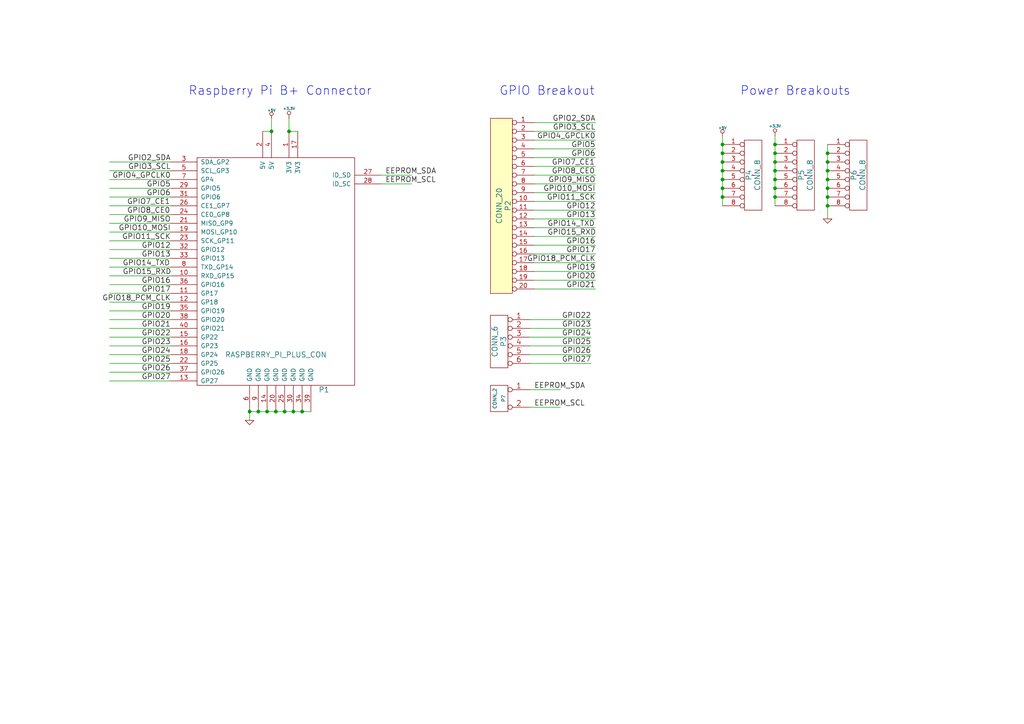
<source format=kicad_sch>
(kicad_sch (version 20230121) (generator eeschema)
  (paper "A4")
  (title_block (title "PiBreak Plus") (date "28 Aug 2014") (rev "v1.0") (company "TAPR Open Hardware License") (comment 1 "(C) 2014 Freetronics Pty Ltd"))
  (lib_symbols
    (symbol "PiBreakPlus-rescue:+3.3V" (power) (pin_names (offset 0))
      (property "Value" "+3.3V" (at 0 2.794 0))
      (symbol "+3.3V_0_0"
        (pin power_in line (at 0 0 90) (length 0) hide (name "+3.3V") (number "1"))
      )
      (symbol "+3.3V_0_1"
        (polyline (pts (xy 0 0) (xy 0 1.016) (xy 0 1.016)))
        (circle (center 0 1.524) (radius 0.508))
      )
    )
    (symbol "PiBreakPlus-rescue:+5V" (power) (pin_names (offset 1.016))
      (property "Value" "+5V" (at 0 2.286 0))
      (symbol "+5V_0_0"
        (pin power_in line (at 0 0 90) (length 0) hide (name "+5V") (number "1"))
      )
      (symbol "+5V_0_1"
        (polyline (pts (xy 0 0) (xy 0 0.762) (xy 0 0.762) (xy 0 0.762)))
        (circle (center 0 1.27) (radius 0.508))
      )
    )
    (symbol "PiBreakPlus-rescue:CONN_2" (pin_names (offset 1.016) hide)
      (property "Reference" "P" (at -1.27 0 90))
      (property "Value" "CONN_2" (at 1.27 0 90))
      (symbol "CONN_2_0_1"
        (rectangle (start -2.54 3.81) (end 2.54 -3.81))
      )
      (symbol "CONN_2_1_1"
        (pin passive inverted (at -8.89 2.54 0) (length 6.35) (name "P1") (number "1"))
        (pin passive inverted (at -8.89 -2.54 0) (length 6.35) (name "PM") (number "2"))
      )
    )
    (symbol "PiBreakPlus-rescue:CONN_20" (pin_names (offset 1.016) hide)
      (property "Reference" "P" (at -1.27 0 90))
      (property "Value" "CONN_20" (at 1.27 0 90))
      (symbol "CONN_20_0_1"
        (rectangle (start -2.54 -25.4) (end 3.81 25.4) (fill (type background)))
      )
      (symbol "CONN_20_1_1"
        (pin passive inverted (at -8.89 24.13 0) (length 6.35) (name "P1") (number "1"))
        (pin passive inverted (at -8.89 1.27 0) (length 6.35) (name "P10") (number "10"))
        (pin passive inverted (at -8.89 -1.27 0) (length 6.35) (name "P11") (number "11"))
        (pin passive inverted (at -8.89 -3.81 0) (length 6.35) (name "P12") (number "12"))
        (pin passive inverted (at -8.89 -6.35 0) (length 6.35) (name "P13") (number "13"))
        (pin passive inverted (at -8.89 -8.89 0) (length 6.35) (name "P14") (number "14"))
        (pin passive inverted (at -8.89 -11.43 0) (length 6.35) (name "P15") (number "15"))
        (pin passive inverted (at -8.89 -13.97 0) (length 6.35) (name "P16") (number "16"))
        (pin passive inverted (at -8.89 -16.51 0) (length 6.35) (name "P17") (number "17"))
        (pin passive inverted (at -8.89 -19.05 0) (length 6.35) (name "P18") (number "18"))
        (pin passive inverted (at -8.89 -21.59 0) (length 6.35) (name "P19") (number "19"))
        (pin passive inverted (at -8.89 21.59 0) (length 6.35) (name "P2") (number "2"))
        (pin passive inverted (at -8.89 -24.13 0) (length 6.35) (name "P20") (number "20"))
        (pin passive inverted (at -8.89 19.05 0) (length 6.35) (name "P3") (number "3"))
        (pin passive inverted (at -8.89 16.51 0) (length 6.35) (name "P4") (number "4"))
        (pin passive inverted (at -8.89 13.97 0) (length 6.35) (name "P5") (number "5"))
        (pin passive inverted (at -8.89 11.43 0) (length 6.35) (name "P6") (number "6"))
        (pin passive inverted (at -8.89 8.89 0) (length 6.35) (name "P7") (number "7"))
        (pin passive inverted (at -8.89 6.35 0) (length 6.35) (name "P8") (number "8"))
        (pin passive inverted (at -8.89 3.81 0) (length 6.35) (name "P9") (number "9"))
      )
    )
    (symbol "PiBreakPlus-rescue:CONN_6" (pin_names (offset 0.762) hide)
      (property "Reference" "P" (at -1.27 0 90))
      (property "Value" "CONN_6" (at 1.27 0 90))
      (symbol "CONN_6_0_1"
        (rectangle (start -2.54 7.62) (end 2.54 -7.62))
      )
      (symbol "CONN_6_1_1"
        (pin passive inverted (at -8.89 6.35 0) (length 6.35) (name "1") (number "1"))
        (pin passive inverted (at -8.89 3.81 0) (length 6.35) (name "2") (number "2"))
        (pin passive inverted (at -8.89 1.27 0) (length 6.35) (name "3") (number "3"))
        (pin passive inverted (at -8.89 -1.27 0) (length 6.35) (name "4") (number "4"))
        (pin passive inverted (at -8.89 -3.81 0) (length 6.35) (name "5") (number "5"))
        (pin passive inverted (at -8.89 -6.35 0) (length 6.35) (name "6") (number "6"))
      )
    )
    (symbol "PiBreakPlus-rescue:CONN_8" (pin_names (offset 1.016) hide)
      (property "Reference" "P" (at -1.27 0 90))
      (property "Value" "CONN_8" (at 1.27 0 90))
      (symbol "CONN_8_0_1"
        (rectangle (start -2.54 10.16) (end 2.54 -10.16))
      )
      (symbol "CONN_8_1_1"
        (pin passive inverted (at -8.89 8.89 0) (length 6.35) (name "P1") (number "1"))
        (pin passive inverted (at -8.89 6.35 0) (length 6.35) (name "P2") (number "2"))
        (pin passive inverted (at -8.89 3.81 0) (length 6.35) (name "P3") (number "3"))
        (pin passive inverted (at -8.89 1.27 0) (length 6.35) (name "P4") (number "4"))
        (pin passive inverted (at -8.89 -1.27 0) (length 6.35) (name "P5") (number "5"))
        (pin passive inverted (at -8.89 -3.81 0) (length 6.35) (name "P6") (number "6"))
        (pin passive inverted (at -8.89 -6.35 0) (length 6.35) (name "P7") (number "7"))
        (pin passive inverted (at -8.89 -8.89 0) (length 6.35) (name "P8") (number "8"))
      )
    )
    (symbol "PiBreakPlus-rescue:GND" (power) (pin_names (offset 0))
      (symbol "GND_0_1"
        (polyline (pts (xy -1.27 0) (xy 0 -1.27) (xy 1.27 0) (xy -1.27 0)))
      )
      (symbol "GND_1_1"
        (pin power_in line (at 0 0 90) (length 0) hide (name "GND") (number "1"))
      )
    )
    (symbol "PiBreakPlus-rescue:RASPBERRY_PI_PLUS_CON" (pin_names (offset 1.016))
      (property "Reference" "J" (at 12.7 -34.29 0))
      (property "Value" "RASPBERRY_PI_PLUS_CON" (at -1.27 -24.13 0))
      (symbol "RASPBERRY_PI_PLUS_CON_0_1"
        (rectangle (start -24.13 -33.02) (end 21.59 33.02))
      )
      (symbol "RASPBERRY_PI_PLUS_CON_1_1"
        (pin power_out line (at 2.54 40.64 270) (length 7.62) (name "3V3") (number "1"))
        (pin bidirectional line (at -31.75 -1.27 0) (length 7.62) (name "RXD_GP15") (number "10"))
        (pin bidirectional line (at -31.75 -6.35 0) (length 7.62) (name "GP17") (number "11"))
        (pin bidirectional line (at -31.75 -8.89 0) (length 7.62) (name "GP18") (number "12"))
        (pin bidirectional line (at -31.75 -31.75 0) (length 7.62) (name "GP27") (number "13"))
        (pin power_out line (at -3.81 -40.64 90) (length 7.62) (name "GND") (number "14"))
        (pin bidirectional line (at -31.75 -19.05 0) (length 7.62) (name "GP22") (number "15"))
        (pin bidirectional line (at -31.75 -21.59 0) (length 7.62) (name "GP23") (number "16"))
        (pin power_out line (at 5.08 40.64 270) (length 7.62) (name "3V3") (number "17"))
        (pin bidirectional line (at -31.75 -24.13 0) (length 7.62) (name "GP24") (number "18"))
        (pin bidirectional line (at -31.75 11.43 0) (length 7.62) (name "MOSI_GP10") (number "19"))
        (pin power_out line (at -5.08 40.64 270) (length 7.62) (name "5V") (number "2"))
        (pin power_out line (at -1.27 -40.64 90) (length 7.62) (name "GND") (number "20"))
        (pin bidirectional line (at -31.75 13.97 0) (length 7.62) (name "MISO_GP9") (number "21"))
        (pin bidirectional line (at -31.75 -26.67 0) (length 7.62) (name "GP25") (number "22"))
        (pin bidirectional line (at -31.75 8.89 0) (length 7.62) (name "SCK_GP11") (number "23"))
        (pin bidirectional line (at -31.75 16.51 0) (length 7.62) (name "CE0_GP8") (number "24"))
        (pin power_out line (at 1.27 -40.64 90) (length 7.62) (name "GND") (number "25"))
        (pin bidirectional line (at -31.75 19.05 0) (length 7.62) (name "CE1_GP7") (number "26"))
        (pin bidirectional line (at 29.21 27.94 180) (length 7.62) (name "ID_SD") (number "27"))
        (pin bidirectional line (at 29.21 25.4 180) (length 7.62) (name "ID_SC") (number "28"))
        (pin bidirectional line (at -31.75 24.13 0) (length 7.62) (name "GPIO5") (number "29"))
        (pin bidirectional line (at -31.75 31.75 0) (length 7.62) (name "SDA_GP2") (number "3"))
        (pin power_in line (at 3.81 -40.64 90) (length 7.62) (name "GND") (number "30"))
        (pin bidirectional line (at -31.75 21.59 0) (length 7.62) (name "GPIO6") (number "31"))
        (pin bidirectional line (at -31.75 6.35 0) (length 7.62) (name "GPIO12") (number "32"))
        (pin bidirectional line (at -31.75 3.81 0) (length 7.62) (name "GPIO13") (number "33"))
        (pin power_in line (at 6.35 -40.64 90) (length 7.62) (name "GND") (number "34"))
        (pin bidirectional line (at -31.75 -11.43 0) (length 7.62) (name "GPIO19") (number "35"))
        (pin bidirectional line (at -31.75 -3.81 0) (length 7.62) (name "GPIO16") (number "36"))
        (pin bidirectional line (at -31.75 -29.21 0) (length 7.62) (name "GPIO26") (number "37"))
        (pin bidirectional line (at -31.75 -13.97 0) (length 7.62) (name "GPIO20") (number "38"))
        (pin power_out line (at 8.89 -40.64 90) (length 7.62) (name "GND") (number "39"))
        (pin power_out line (at -2.54 40.64 270) (length 7.62) (name "5V") (number "4"))
        (pin bidirectional line (at -31.75 -16.51 0) (length 7.62) (name "GPIO21") (number "40"))
        (pin bidirectional line (at -31.75 29.21 0) (length 7.62) (name "SCL_GP3") (number "5"))
        (pin power_out line (at -8.89 -40.64 90) (length 7.62) (name "GND") (number "6"))
        (pin bidirectional line (at -31.75 26.67 0) (length 7.62) (name "GP4") (number "7"))
        (pin bidirectional line (at -31.75 1.27 0) (length 7.62) (name "TXD_GP14") (number "8"))
        (pin power_out line (at -6.35 -40.64 90) (length 7.62) (name "GND") (number "9"))
      )
    )
  )
  (junction (at 224.79 44.45))
  (junction (at 209.55 57.15))
  (junction (at 83.82 38.1))
  (junction (at 209.55 54.61))
  (junction (at 209.55 46.99))
  (junction (at 224.79 52.07))
  (junction (at 240.03 52.07))
  (junction (at 74.93 119.38))
  (junction (at 87.63 119.38))
  (junction (at 209.55 49.53))
  (junction (at 224.79 46.99))
  (junction (at 209.55 44.45))
  (junction (at 240.03 59.69))
  (junction (at 209.55 41.91))
  (junction (at 77.47 119.38))
  (junction (at 224.79 57.15))
  (junction (at 209.55 52.07))
  (junction (at 80.01 119.38))
  (junction (at 240.03 49.53))
  (junction (at 240.03 46.99))
  (junction (at 240.03 44.45))
  (junction (at 240.03 57.15))
  (junction (at 224.79 49.53))
  (junction (at 85.09 119.38))
  (junction (at 240.03 54.61))
  (junction (at 224.79 54.61))
  (junction (at 224.79 41.91))
  (junction (at 82.55 119.38))
  (junction (at 78.74 38.1))
  (junction (at 72.39 119.38))
  (wire (pts (xy 110.49 53.34) (xy 119.38 53.34)))
  (wire (pts (xy 240.03 52.07) (xy 240.03 54.61)))
  (wire (pts (xy 172.72 73.66) (xy 154.94 73.66)))
  (wire (pts (xy 72.39 119.38) (xy 72.39 121.92)))
  (wire (pts (xy 49.53 72.39) (xy 31.75 72.39)))
  (wire (pts (xy 240.03 59.69) (xy 240.03 63.5)))
  (wire (pts (xy 49.53 59.69) (xy 31.75 59.69)))
  (wire (pts (xy 240.03 41.91) (xy 240.03 44.45)))
  (wire (pts (xy 172.72 40.64) (xy 154.94 40.64)))
  (wire (pts (xy 49.53 74.93) (xy 31.75 74.93)))
  (wire (pts (xy 49.53 64.77) (xy 31.75 64.77)))
  (wire (pts (xy 224.79 52.07) (xy 224.79 54.61)))
  (wire (pts (xy 49.53 110.49) (xy 31.75 110.49)))
  (wire (pts (xy 172.72 68.58) (xy 154.94 68.58)))
  (wire (pts (xy 172.72 53.34) (xy 154.94 53.34)))
  (wire (pts (xy 49.53 82.55) (xy 31.75 82.55)))
  (wire (pts (xy 31.75 95.25) (xy 49.53 95.25)))
  (wire (pts (xy 171.45 100.33) (xy 153.67 100.33)))
  (wire (pts (xy 49.53 69.85) (xy 31.75 69.85)))
  (wire (pts (xy 49.53 92.71) (xy 31.75 92.71)))
  (wire (pts (xy 49.53 87.63) (xy 31.75 87.63)))
  (wire (pts (xy 76.2 38.1) (xy 78.74 38.1)))
  (wire (pts (xy 154.94 83.82) (xy 172.72 83.82)))
  (wire (pts (xy 49.53 54.61) (xy 31.75 54.61)))
  (wire (pts (xy 240.03 46.99) (xy 240.03 49.53)))
  (wire (pts (xy 171.45 92.71) (xy 153.67 92.71)))
  (wire (pts (xy 153.67 118.11) (xy 162.56 118.11)))
  (wire (pts (xy 240.03 54.61) (xy 240.03 57.15)))
  (wire (pts (xy 31.75 90.17) (xy 49.53 90.17)))
  (wire (pts (xy 87.63 119.38) (xy 90.17 119.38)))
  (wire (pts (xy 172.72 55.88) (xy 154.94 55.88)))
  (wire (pts (xy 110.49 50.8) (xy 119.38 50.8)))
  (wire (pts (xy 209.55 54.61) (xy 209.55 57.15)))
  (wire (pts (xy 78.74 38.1) (xy 78.74 34.29)))
  (wire (pts (xy 49.53 80.01) (xy 31.75 80.01)))
  (wire (pts (xy 49.53 100.33) (xy 31.75 100.33)))
  (wire (pts (xy 49.53 85.09) (xy 31.75 85.09)))
  (wire (pts (xy 82.55 119.38) (xy 85.09 119.38)))
  (wire (pts (xy 172.72 71.12) (xy 154.94 71.12)))
  (wire (pts (xy 154.94 78.74) (xy 172.72 78.74)))
  (wire (pts (xy 209.55 41.91) (xy 209.55 44.45)))
  (wire (pts (xy 49.53 105.41) (xy 31.75 105.41)))
  (wire (pts (xy 49.53 67.31) (xy 31.75 67.31)))
  (wire (pts (xy 172.72 60.96) (xy 154.94 60.96)))
  (wire (pts (xy 209.55 52.07) (xy 209.55 54.61)))
  (wire (pts (xy 86.36 38.1) (xy 83.82 38.1)))
  (wire (pts (xy 172.72 48.26) (xy 154.94 48.26)))
  (wire (pts (xy 49.53 62.23) (xy 31.75 62.23)))
  (wire (pts (xy 49.53 57.15) (xy 31.75 57.15)))
  (wire (pts (xy 209.55 49.53) (xy 209.55 52.07)))
  (wire (pts (xy 224.79 46.99) (xy 224.79 49.53)))
  (wire (pts (xy 49.53 97.79) (xy 31.75 97.79)))
  (wire (pts (xy 224.79 49.53) (xy 224.79 52.07)))
  (wire (pts (xy 72.39 119.38) (xy 74.93 119.38)))
  (wire (pts (xy 224.79 44.45) (xy 224.79 46.99)))
  (wire (pts (xy 209.55 57.15) (xy 209.55 59.69)))
  (wire (pts (xy 172.72 76.2) (xy 154.94 76.2)))
  (wire (pts (xy 49.53 102.87) (xy 31.75 102.87)))
  (wire (pts (xy 172.72 38.1) (xy 154.94 38.1)))
  (wire (pts (xy 224.79 39.37) (xy 224.79 41.91)))
  (wire (pts (xy 85.09 119.38) (xy 87.63 119.38)))
  (wire (pts (xy 80.01 119.38) (xy 82.55 119.38)))
  (wire (pts (xy 49.53 46.99) (xy 31.75 46.99)))
  (wire (pts (xy 209.55 46.99) (xy 209.55 49.53)))
  (wire (pts (xy 224.79 41.91) (xy 224.79 44.45)))
  (wire (pts (xy 172.72 58.42) (xy 154.94 58.42)))
  (wire (pts (xy 153.67 113.03) (xy 162.56 113.03)))
  (wire (pts (xy 49.53 107.95) (xy 31.75 107.95)))
  (wire (pts (xy 224.79 54.61) (xy 224.79 57.15)))
  (wire (pts (xy 209.55 44.45) (xy 209.55 46.99)))
  (wire (pts (xy 172.72 35.56) (xy 154.94 35.56)))
  (wire (pts (xy 172.72 43.18) (xy 154.94 43.18)))
  (wire (pts (xy 172.72 81.28) (xy 154.94 81.28)))
  (wire (pts (xy 172.72 45.72) (xy 154.94 45.72)))
  (wire (pts (xy 49.53 77.47) (xy 31.75 77.47)))
  (wire (pts (xy 224.79 57.15) (xy 224.79 59.69)))
  (wire (pts (xy 240.03 49.53) (xy 240.03 52.07)))
  (wire (pts (xy 171.45 95.25) (xy 153.67 95.25)))
  (wire (pts (xy 172.72 66.04) (xy 154.94 66.04)))
  (wire (pts (xy 171.45 102.87) (xy 153.67 102.87)))
  (wire (pts (xy 49.53 52.07) (xy 31.75 52.07)))
  (wire (pts (xy 240.03 44.45) (xy 240.03 46.99)))
  (wire (pts (xy 172.72 50.8) (xy 154.94 50.8)))
  (wire (pts (xy 74.93 119.38) (xy 77.47 119.38)))
  (wire (pts (xy 171.45 105.41) (xy 153.67 105.41)))
  (wire (pts (xy 172.72 63.5) (xy 154.94 63.5)))
  (wire (pts (xy 49.53 49.53) (xy 31.75 49.53)))
  (wire (pts (xy 209.55 39.37) (xy 209.55 41.91)))
  (wire (pts (xy 240.03 57.15) (xy 240.03 59.69)))
  (wire (pts (xy 171.45 97.79) (xy 153.67 97.79)))
  (wire (pts (xy 77.47 119.38) (xy 80.01 119.38)))
  (wire (pts (xy 83.82 38.1) (xy 83.82 34.29)))
  (text "Raspberry Pi B+ Connector" (at 54.61 27.94 0) (effects (font (size 2.54 2.54)) (justify left bottom)))
  (text "Power Breakouts" (at 214.63 27.94 0) (effects (font (size 2.54 2.54)) (justify left bottom)))
  (text "GPIO Breakout" (at 144.78 27.94 0) (effects (font (size 2.54 2.54)) (justify left bottom)))
  (label "GPIO25" (at 171.45 100.33 180) (effects (font (size 1.524 1.524))))
  (label "GPIO22" (at 171.45 92.71 180) (effects (font (size 1.524 1.524))))
  (label "GPIO11_SCK" (at 49.53 69.85 180) (effects (font (size 1.524 1.524))))
  (label "GPIO8_CE0" (at 36.83 62.23 0) (effects (font (size 1.524 1.524))))
  (label "GPIO27" (at 171.45 105.41 180) (effects (font (size 1.524 1.524))))
  (label "GPIO23" (at 49.53 100.33 180) (effects (font (size 1.524 1.524))))
  (label "GPIO24" (at 171.45 97.79 180) (effects (font (size 1.524 1.524))))
  (label "GPIO16" (at 49.53 82.55 180) (effects (font (size 1.524 1.524))))
  (label "GPIO7_CE1" (at 160.02 48.26 0) (effects (font (size 1.524 1.524))))
  (label "GPIO19" (at 172.72 78.74 180) (effects (font (size 1.524 1.524))))
  (label "GPIO2_SDA" (at 49.53 46.99 180) (effects (font (size 1.524 1.524))))
  (label "GPIO3_SCL" (at 49.53 49.53 180) (effects (font (size 1.524 1.524))))
  (label "GPIO18_PCM_CLK" (at 49.53 87.63 180) (effects (font (size 1.524 1.524))))
  (label "GPIO11_SCK" (at 172.72 58.42 180) (effects (font (size 1.524 1.524))))
  (label "GPIO20" (at 172.72 81.28 180) (effects (font (size 1.524 1.524))))
  (label "GPIO10_MOSI" (at 172.72 55.88 180) (effects (font (size 1.524 1.524))))
  (label "EEPROM_SDA" (at 154.94 113.03 0) (effects (font (size 1.524 1.524))))
  (label "GPIO23" (at 171.45 95.25 180) (effects (font (size 1.524 1.524))))
  (label "GPIO12" (at 49.53 72.39 180) (effects (font (size 1.524 1.524))))
  (label "GPIO17" (at 49.53 85.09 180) (effects (font (size 1.524 1.524))))
  (label "GPIO10_MOSI" (at 49.53 67.31 180) (effects (font (size 1.524 1.524))))
  (label "GPIO24" (at 49.53 102.87 180) (effects (font (size 1.524 1.524))))
  (label "GPIO15_RXD" (at 35.56 80.01 0) (effects (font (size 1.524 1.524))))
  (label "GPIO15_RXD" (at 158.75 68.58 0) (effects (font (size 1.524 1.524))))
  (label "GPIO16" (at 172.72 71.12 180) (effects (font (size 1.524 1.524))))
  (label "GPIO4_GPCLK0" (at 49.53 52.07 180) (effects (font (size 1.524 1.524))))
  (label "GPIO26" (at 171.45 102.87 180) (effects (font (size 1.524 1.524))))
  (label "GPIO13" (at 172.72 63.5 180) (effects (font (size 1.524 1.524))))
  (label "GPIO12" (at 172.72 60.96 180) (effects (font (size 1.524 1.524))))
  (label "GPIO6" (at 49.53 57.15 180) (effects (font (size 1.524 1.524))))
  (label "GPIO13" (at 49.53 74.93 180) (effects (font (size 1.524 1.524))))
  (label "GPIO8_CE0" (at 160.02 50.8 0) (effects (font (size 1.524 1.524))))
  (label "GPIO2_SDA" (at 172.72 35.56 180) (effects (font (size 1.524 1.524))))
  (label "GPIO7_CE1" (at 36.83 59.69 0) (effects (font (size 1.524 1.524))))
  (label "GPIO21" (at 49.53 95.25 180) (effects (font (size 1.524 1.524))))
  (label "GPIO27" (at 49.53 110.49 180) (effects (font (size 1.524 1.524))))
  (label "GPIO9_MISO" (at 172.72 53.34 180) (effects (font (size 1.524 1.524))))
  (label "GPIO14_TXD" (at 35.56 77.47 0) (effects (font (size 1.524 1.524))))
  (label "GPIO3_SCL" (at 172.72 38.1 180) (effects (font (size 1.524 1.524))))
  (label "GPIO20" (at 49.53 92.71 180) (effects (font (size 1.524 1.524))))
  (label "GPIO19" (at 49.53 90.17 180) (effects (font (size 1.524 1.524))))
  (label "GPIO4_GPCLK0" (at 172.72 40.64 180) (effects (font (size 1.524 1.524))))
  (label "EEPROM_SCL" (at 111.76 53.34 0) (effects (font (size 1.524 1.524))))
  (label "EEPROM_SDA" (at 111.76 50.8 0) (effects (font (size 1.524 1.524))))
  (label "GPIO18_PCM_CLK" (at 172.72 76.2 180) (effects (font (size 1.524 1.524))))
  (label "GPIO22" (at 49.53 97.79 180) (effects (font (size 1.524 1.524))))
  (label "GPIO26" (at 49.53 107.95 180) (effects (font (size 1.524 1.524))))
  (label "GPIO14_TXD" (at 158.75 66.04 0) (effects (font (size 1.524 1.524))))
  (label "GPIO25" (at 49.53 105.41 180) (effects (font (size 1.524 1.524))))
  (label "GPIO21" (at 172.72 83.82 180) (effects (font (size 1.524 1.524))))
  (label "GPIO6" (at 172.72 45.72 180) (effects (font (size 1.524 1.524))))
  (label "GPIO5" (at 172.72 43.18 180) (effects (font (size 1.524 1.524))))
  (label "EEPROM_SCL" (at 154.94 118.11 0) (effects (font (size 1.524 1.524))))
  (label "GPIO9_MISO" (at 49.53 64.77 180) (effects (font (size 1.524 1.524))))
  (label "GPIO5" (at 49.53 54.61 180) (effects (font (size 1.524 1.524))))
  (label "GPIO17" (at 172.72 73.66 180) (effects (font (size 1.524 1.524))))
  (symbol (lib_id "PiBreakPlus-rescue:CONN_8") (at 218.44 50.8 0) (unit 1)
    (property "Reference" "P4" (at 217.17 50.8 90) (effects (font (size 1.524 1.524))))
    (property "Value" "CONN_8" (at 219.71 50.8 90) (effects (font (size 1.524 1.524))))
    (property "Footprint" "~" (at 218.44 50.8 0) (effects (font (size 1.524 1.524))))
    (property "Datasheet" "~" (at 218.44 50.8 0) (effects (font (size 1.524 1.524))))
  )
  (symbol (lib_id "PiBreakPlus-rescue:CONN_8") (at 248.92 50.8 0) (unit 1)
    (property "Reference" "P6" (at 247.65 50.8 90) (effects (font (size 1.524 1.524))))
    (property "Value" "CONN_8" (at 250.19 50.8 90) (effects (font (size 1.524 1.524))))
    (property "Footprint" "~" (at 248.92 50.8 0) (effects (font (size 1.524 1.524))))
    (property "Datasheet" "~" (at 248.92 50.8 0) (effects (font (size 1.524 1.524))))
  )
  (symbol (lib_id "PiBreakPlus-rescue:CONN_8") (at 233.68 50.8 0) (unit 1)
    (property "Reference" "P5" (at 232.41 50.8 90) (effects (font (size 1.524 1.524))))
    (property "Value" "CONN_8" (at 234.95 50.8 90) (effects (font (size 1.524 1.524))))
    (property "Footprint" "~" (at 233.68 50.8 0) (effects (font (size 1.524 1.524))))
    (property "Datasheet" "~" (at 233.68 50.8 0) (effects (font (size 1.524 1.524))))
  )
  (symbol (lib_id "PiBreakPlus-rescue:+5V") (at 209.55 39.37 0) (unit 1)
    (property "Reference" "#PWR4" (effects hide))
    (property "Value" "+5V" (at 209.55 37.084 0) (effects (font (size 0.762 0.762))))
  )
  (symbol (lib_id "PiBreakPlus-rescue:+3.3V") (at 224.79 39.37 0) (unit 1)
    (property "Reference" "#PWR5" (effects hide))
    (property "Value" "+3.3V" (at 224.79 36.576 0) (effects (font (size 0.762 0.762))))
  )
  (symbol (lib_id "PiBreakPlus-rescue:GND") (at 240.03 63.5 0) (unit 1)
    (property "Reference" "#PWR6" (effects hide))
    (property "Value" "GND" (effects hide))
  )
  (symbol (lib_id "PiBreakPlus-rescue:CONN_20") (at 146.05 59.69 0) (mirror y) (unit 1)
    (property "Reference" "P2" (at 147.32 59.69 90) (effects (font (size 1.524 1.524))))
    (property "Value" "CONN_20" (at 144.78 59.69 90) (effects (font (size 1.524 1.524))))
  )
  (symbol (lib_id "PiBreakPlus-rescue:CONN_6") (at 144.78 99.06 0) (mirror y) (unit 1)
    (property "Reference" "P3" (at 146.05 99.06 90) (effects (font (size 1.524 1.524))))
    (property "Value" "CONN_6" (at 143.51 99.06 90) (effects (font (size 1.524 1.524))))
  )
  (symbol (lib_id "PiBreakPlus-rescue:RASPBERRY_PI_PLUS_CON") (at 81.28 78.74 0) (unit 1)
    (property "Reference" "P1" (at 93.98 113.03 0) (effects (font (size 1.524 1.524))))
    (property "Value" "RASPBERRY_PI_PLUS_CON" (at 80.01 102.87 0) (effects (font (size 1.524 1.524))))
  )
  (symbol (lib_id "PiBreakPlus-rescue:GND") (at 72.39 121.92 0) (unit 1)
    (property "Reference" "#PWR1" (effects hide))
    (property "Value" "GND" (effects hide))
  )
  (symbol (lib_id "PiBreakPlus-rescue:+3.3V") (at 83.82 34.29 0) (unit 1)
    (property "Reference" "#PWR3" (effects hide))
    (property "Value" "+3.3V" (at 83.82 31.496 0) (effects (font (size 0.762 0.762))))
  )
  (symbol (lib_id "PiBreakPlus-rescue:+5V") (at 78.74 34.29 0) (unit 1)
    (property "Reference" "#PWR2" (effects hide))
    (property "Value" "+5V" (at 78.74 32.004 0) (effects (font (size 0.762 0.762))))
  )
  (symbol (lib_id "PiBreakPlus-rescue:CONN_2") (at 144.78 115.57 0) (mirror y) (unit 1)
    (property "Reference" "P7" (at 146.05 115.57 90) (effects (font (size 1.016 1.016))))
    (property "Value" "CONN_2" (at 143.51 115.57 90) (effects (font (size 1.016 1.016))))
  )
)
</source>
